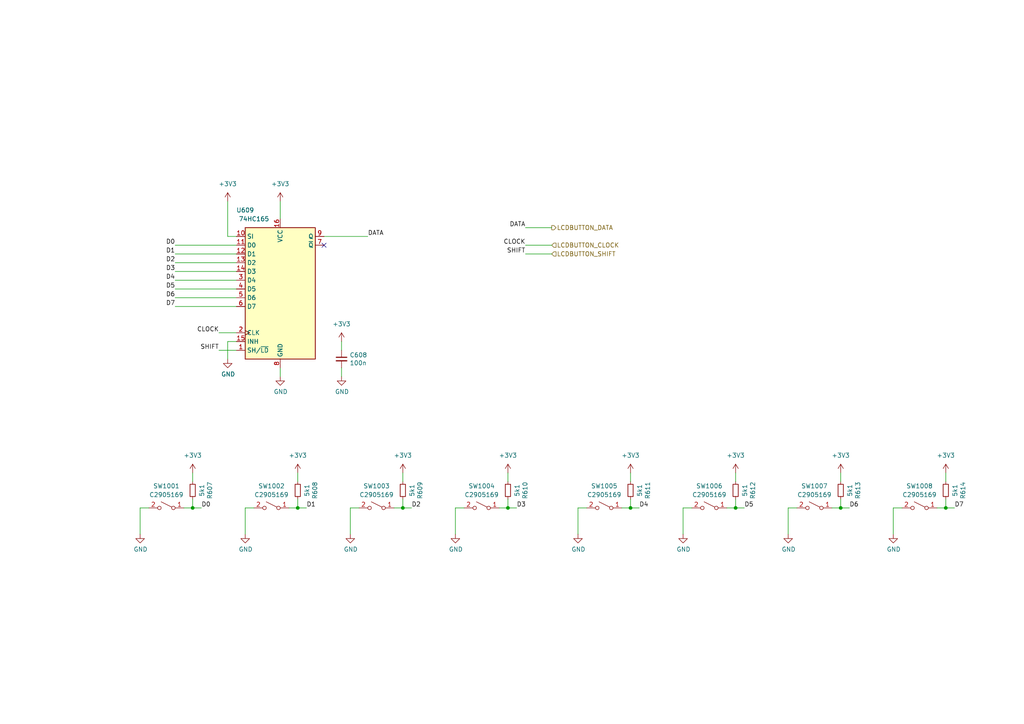
<source format=kicad_sch>
(kicad_sch (version 20231120) (generator "eeschema") (generator_version "8.0")
  (paper "A4")
  (lib_symbols
    (symbol "Switch:SW_SPST" (pin_names (offset 0) hide)
      (property "Reference" "SW" (at 0 3.175 0))
      (property "Value" "SW_SPST" (at 0 -2.54 0))
      (symbol "SW_SPST_0_0"
        (circle (center -2.032 0) (radius 0.508))
        (polyline (pts (xy -1.524 0.254) (xy 1.524 1.778)))
        (circle (center 2.032 0) (radius 0.508))
      )
      (symbol "SW_SPST_1_1"
        (pin passive line (at -5.08 0 0) (length 2.54) (name "A") (number "1"))
        (pin passive line (at 5.08 0 180) (length 2.54) (name "B") (number "2"))
      )
    )
    (symbol "power:+3V3" (power) (pin_names (offset 0))
      (property "Value" "+3V3" (at 0 3.556 0))
      (symbol "+3V3_0_1"
        (polyline (pts (xy -0.762 1.27) (xy 0 2.54)))
        (polyline (pts (xy 0 0) (xy 0 2.54)))
        (polyline (pts (xy 0 2.54) (xy 0.762 1.27)))
      )
      (symbol "+3V3_1_1"
        (pin power_in line (at 0 0 90) (length 0) hide (name "+3V3") (number "1"))
      )
    )
    (symbol "power:GND" (power) (pin_names (offset 0))
      (property "Value" "GND" (at 0 -3.81 0))
      (symbol "GND_0_1"
        (polyline (pts (xy 0 0) (xy 0 -1.27) (xy 1.27 -1.27) (xy 0 -2.54) (xy -1.27 -1.27) (xy 0 -1.27)))
      )
      (symbol "GND_1_1"
        (pin power_in line (at 0 0 270) (length 0) hide (name "GND") (number "1"))
      )
    )
    (symbol "suku_basics:74HC165"
      (property "Reference" "U" (at -15.24 25.4 0))
      (property "Value" "74HC165" (at -12.7 20.32 0))
      (symbol "74HC165_1_0"
        (pin input line (at -12.7 12.7 0) (length 2.54) (name "D0") (number "11"))
        (pin input line (at -12.7 10.16 0) (length 2.54) (name "D1") (number "12"))
        (pin input line (at -12.7 7.62 0) (length 2.54) (name "D2") (number "13"))
        (pin input line (at -12.7 5.08 0) (length 2.54) (name "D3") (number "14"))
        (pin power_in line (at 0 20.32 270) (length 2.54) (name "VCC") (number "16"))
        (pin input clock (at -12.7 -12.7 0) (length 2.54) (name "CLK") (number "2"))
        (pin input line (at -12.7 2.54 0) (length 2.54) (name "D4") (number "3"))
        (pin input line (at -12.7 0 0) (length 2.54) (name "D5") (number "4"))
        (pin input line (at -12.7 -2.54 0) (length 2.54) (name "D6") (number "5"))
        (pin input line (at -12.7 -5.08 0) (length 2.54) (name "D7") (number "6"))
        (pin power_in line (at 0 -22.86 90) (length 2.54) (name "GND") (number "8"))
        (pin output line (at 12.7 15.24 180) (length 2.54) (name "Q") (number "9"))
      )
      (symbol "74HC165_1_1"
        (rectangle (start -10.16 17.78) (end 10.16 -20.32) (stroke (width 0.254)) (fill (type background)))
        (pin input line (at -12.7 -17.78 0) (length 2.54) (name "SH/~{LD}") (number "1"))
        (pin input line (at -12.7 15.24 0) (length 2.54) (name "SI") (number "10"))
        (pin input line (at -12.7 -15.24 0) (length 2.54) (name "INH") (number "15"))
        (pin output line (at 12.7 12.7 180) (length 2.54) (name "~{Q}") (number "7"))
      )
    )
    (symbol "suku_basics:CAP" (pin_numbers hide) (pin_names (offset 0.254) hide)
      (property "Reference" "C" (at 0.254 1.778 0))
      (property "Value" "CAP" (at 0.254 -2.032 0))
      (symbol "CAP_0_1"
        (polyline (pts (xy -1.524 -0.508) (xy 1.524 -0.508)) (stroke (width 0.3302)))
        (polyline (pts (xy -1.524 0.508) (xy 1.524 0.508)) (stroke (width 0.3048)))
      )
      (symbol "CAP_1_1"
        (pin passive line (at 0 2.54 270) (length 2.032) (name "~") (number "1"))
        (pin passive line (at 0 -2.54 90) (length 2.032) (name "~") (number "2"))
      )
    )
    (symbol "suku_basics:RES" (pin_numbers hide) (pin_names (offset 0.254) hide)
      (property "Reference" "R" (at 0.762 0.508 0))
      (symbol "RES_1_1"
        (rectangle (start -0.762 1.778) (end 0.762 -1.778) (stroke (width 0.2032)))
        (pin passive line (at 0 2.54 270) (length 0.762) (name "~") (number "1"))
        (pin passive line (at 0 -2.54 90) (length 0.762) (name "~") (number "2"))
      )
    )
  )
  (junction (at 116.84 147.32))
  (junction (at 274.32 147.32))
  (junction (at 182.88 147.32))
  (junction (at 213.36 147.32))
  (junction (at 86.36 147.32))
  (junction (at 147.32 147.32))
  (junction (at 55.88 147.32))
  (junction (at 243.84 147.32))
  (no_connect (at 93.98 71.12))
  (wire (pts (xy 55.88 147.32) (xy 58.42 147.32)))
  (wire (pts (xy 83.82 147.32) (xy 86.36 147.32)))
  (wire (pts (xy 198.12 147.32) (xy 200.66 147.32)))
  (wire (pts (xy 81.28 58.42) (xy 81.28 63.5)))
  (wire (pts (xy 147.32 137.16) (xy 147.32 139.7)))
  (wire (pts (xy 167.64 154.94) (xy 167.64 147.32)))
  (wire (pts (xy 93.98 68.58) (xy 106.68 68.58)))
  (wire (pts (xy 274.32 147.32) (xy 274.32 144.78)))
  (wire (pts (xy 53.34 147.32) (xy 55.88 147.32)))
  (wire (pts (xy 274.32 137.16) (xy 274.32 139.7)))
  (wire (pts (xy 116.84 137.16) (xy 116.84 139.7)))
  (wire (pts (xy 243.84 137.16) (xy 243.84 139.7)))
  (wire (pts (xy 50.8 71.12) (xy 68.58 71.12)))
  (wire (pts (xy 132.08 147.32) (xy 134.62 147.32)))
  (wire (pts (xy 71.12 154.94) (xy 71.12 147.32)))
  (wire (pts (xy 50.8 88.9) (xy 68.58 88.9)))
  (wire (pts (xy 63.5 96.52) (xy 68.58 96.52)))
  (wire (pts (xy 86.36 137.16) (xy 86.36 139.7)))
  (wire (pts (xy 50.8 83.82) (xy 68.58 83.82)))
  (wire (pts (xy 144.78 147.32) (xy 147.32 147.32)))
  (wire (pts (xy 40.64 154.94) (xy 40.64 147.32)))
  (wire (pts (xy 40.64 147.32) (xy 43.18 147.32)))
  (wire (pts (xy 241.3 147.32) (xy 243.84 147.32)))
  (wire (pts (xy 182.88 137.16) (xy 182.88 139.7)))
  (wire (pts (xy 50.8 73.66) (xy 68.58 73.66)))
  (wire (pts (xy 86.36 147.32) (xy 86.36 144.78)))
  (wire (pts (xy 147.32 147.32) (xy 147.32 144.78)))
  (wire (pts (xy 213.36 147.32) (xy 215.9 147.32)))
  (wire (pts (xy 55.88 137.16) (xy 55.88 139.7)))
  (wire (pts (xy 228.6 154.94) (xy 228.6 147.32)))
  (wire (pts (xy 259.08 154.94) (xy 259.08 147.32)))
  (wire (pts (xy 198.12 154.94) (xy 198.12 147.32)))
  (wire (pts (xy 66.04 99.06) (xy 68.58 99.06)))
  (wire (pts (xy 271.78 147.32) (xy 274.32 147.32)))
  (wire (pts (xy 152.4 73.66) (xy 160.02 73.66)))
  (wire (pts (xy 243.84 147.32) (xy 243.84 144.78)))
  (wire (pts (xy 213.36 137.16) (xy 213.36 139.7)))
  (wire (pts (xy 55.88 147.32) (xy 55.88 144.78)))
  (wire (pts (xy 210.82 147.32) (xy 213.36 147.32)))
  (wire (pts (xy 182.88 147.32) (xy 182.88 144.78)))
  (wire (pts (xy 259.08 147.32) (xy 261.62 147.32)))
  (wire (pts (xy 147.32 147.32) (xy 149.86 147.32)))
  (wire (pts (xy 50.8 81.28) (xy 68.58 81.28)))
  (wire (pts (xy 182.88 147.32) (xy 185.42 147.32)))
  (wire (pts (xy 50.8 86.36) (xy 68.58 86.36)))
  (wire (pts (xy 99.06 101.6) (xy 99.06 99.06)))
  (wire (pts (xy 66.04 58.42) (xy 66.04 68.58)))
  (wire (pts (xy 152.4 71.12) (xy 160.02 71.12)))
  (wire (pts (xy 101.6 154.94) (xy 101.6 147.32)))
  (wire (pts (xy 81.28 109.22) (xy 81.28 106.68)))
  (wire (pts (xy 114.3 147.32) (xy 116.84 147.32)))
  (wire (pts (xy 180.34 147.32) (xy 182.88 147.32)))
  (wire (pts (xy 274.32 147.32) (xy 276.86 147.32)))
  (wire (pts (xy 101.6 147.32) (xy 104.14 147.32)))
  (wire (pts (xy 86.36 147.32) (xy 88.9 147.32)))
  (wire (pts (xy 71.12 147.32) (xy 73.66 147.32)))
  (wire (pts (xy 66.04 104.14) (xy 66.04 99.06)))
  (wire (pts (xy 116.84 147.32) (xy 116.84 144.78)))
  (wire (pts (xy 228.6 147.32) (xy 231.14 147.32)))
  (wire (pts (xy 213.36 147.32) (xy 213.36 144.78)))
  (wire (pts (xy 99.06 109.22) (xy 99.06 106.68)))
  (wire (pts (xy 132.08 154.94) (xy 132.08 147.32)))
  (wire (pts (xy 167.64 147.32) (xy 170.18 147.32)))
  (wire (pts (xy 243.84 147.32) (xy 246.38 147.32)))
  (wire (pts (xy 50.8 78.74) (xy 68.58 78.74)))
  (wire (pts (xy 68.58 68.58) (xy 66.04 68.58)))
  (wire (pts (xy 116.84 147.32) (xy 119.38 147.32)))
  (wire (pts (xy 50.8 76.2) (xy 68.58 76.2)))
  (wire (pts (xy 63.5 101.6) (xy 68.58 101.6)))
  (wire (pts (xy 152.4 66.04) (xy 160.02 66.04)))
  (label "D1" (at 50.8 73.66 180))
  (label "SHIFT" (at 152.4 73.66 180))
  (label "D0" (at 50.8 71.12 180))
  (label "DATA" (at 152.4 66.04 180))
  (label "D2" (at 119.38 147.32 0))
  (label "SHIFT" (at 63.5 101.6 180))
  (label "D7" (at 50.8 88.9 180))
  (label "D6" (at 50.8 86.36 180))
  (label "D3" (at 149.86 147.32 0))
  (label "D4" (at 185.42 147.32 0))
  (label "CLOCK" (at 152.4 71.12 180))
  (label "D0" (at 58.42 147.32 0))
  (label "CLOCK" (at 63.5 96.52 180))
  (label "D5" (at 215.9 147.32 0))
  (label "D5" (at 50.8 83.82 180))
  (label "D3" (at 50.8 78.74 180))
  (label "D6" (at 246.38 147.32 0))
  (label "D7" (at 276.86 147.32 0))
  (label "DATA" (at 106.68 68.58 0))
  (label "D1" (at 88.9 147.32 0))
  (label "D2" (at 50.8 76.2 180))
  (label "D4" (at 50.8 81.28 180))
  (hierarchical_label "LCDBUTTON_SHIFT" (shape input) (at 160.02 73.66 0))
  (hierarchical_label "LCDBUTTON_CLOCK" (shape input) (at 160.02 71.12 0))
  (hierarchical_label "LCDBUTTON_DATA" (shape output) (at 160.02 66.04 0))
  (symbol (lib_id "suku_basics:RES") (at 213.36 142.24 180) (unit 1)
    (property "Reference" "R612" (at 218.3384 142.24 90))
    (property "Value" "5k1" (at 216.027 142.24 90))
    (property "Footprint" "suku_basics:RES_0402" (effects (hide yes)))
  )
  (symbol (lib_id "Switch:SW_SPST") (at 205.74 147.32 0) (mirror y) (unit 1)
    (property "Reference" "SW1006" (at 205.74 140.97 0))
    (property "Value" "C2905169" (at 205.74 143.51 0))
    (property "Footprint" "Button_Switch_SMD:SW_SPST_CK_RS282G05A3" (effects (hide yes)))
  )
  (symbol (lib_id "power:GND") (at 198.12 154.94 0) (unit 1)
    (property "Reference" "#PWR0654" (effects (hide yes)))
    (property "Value" "GND" (at 198.247 159.3342 0))
  )
  (symbol (lib_id "power:GND") (at 99.06 109.22 0) (unit 1)
    (property "Reference" "#PWR0642" (effects (hide yes)))
    (property "Value" "GND" (at 99.187 113.6142 0))
  )
  (symbol (lib_id "power:+3V3") (at 274.32 137.16 0) (unit 1)
    (property "Reference" "#PWR0659" (effects (hide yes)))
    (property "Value" "+3V3" (at 274.32 132.08 0))
  )
  (symbol (lib_id "suku_basics:74HC165") (at 81.28 83.82 0) (unit 1)
    (property "Reference" "U609" (at 71.12 60.96 0))
    (property "Value" "74HC165" (at 73.66 63.5 0))
    (property "Footprint" "suku_basics:SOIC-16_74HC165" (effects (hide yes)))
    (property "Datasheet" "http://www.ti.com/lit/ds/symlink/sn74hc595.pdf" (effects (hide yes)))
  )
  (symbol (lib_id "suku_basics:RES") (at 182.88 142.24 180) (unit 1)
    (property "Reference" "R611" (at 187.8584 142.24 90))
    (property "Value" "5k1" (at 185.547 142.24 90))
    (property "Footprint" "suku_basics:RES_0402" (effects (hide yes)))
  )
  (symbol (lib_id "power:+3V3") (at 86.36 137.16 0) (unit 1)
    (property "Reference" "#PWR0647" (effects (hide yes)))
    (property "Value" "+3V3" (at 86.36 132.08 0))
  )
  (symbol (lib_id "Switch:SW_SPST") (at 266.7 147.32 0) (mirror y) (unit 1)
    (property "Reference" "SW1008" (at 266.7 140.97 0))
    (property "Value" "C2905169" (at 266.7 143.51 0))
    (property "Footprint" "Button_Switch_SMD:SW_SPST_CK_RS282G05A3" (effects (hide yes)))
  )
  (symbol (lib_id "Switch:SW_SPST") (at 236.22 147.32 0) (mirror y) (unit 1)
    (property "Reference" "SW1007" (at 236.22 140.97 0))
    (property "Value" "C2905169" (at 236.22 143.51 0))
    (property "Footprint" "Button_Switch_SMD:SW_SPST_CK_RS282G05A3" (effects (hide yes)))
  )
  (symbol (lib_id "Switch:SW_SPST") (at 109.22 147.32 0) (mirror y) (unit 1)
    (property "Reference" "SW1003" (at 109.22 140.97 0))
    (property "Value" "C2905169" (at 109.22 143.51 0))
    (property "Footprint" "Button_Switch_SMD:SW_SPST_CK_RS282G05A3" (effects (hide yes)))
  )
  (symbol (lib_id "power:+3V3") (at 147.32 137.16 0) (unit 1)
    (property "Reference" "#PWR0651" (effects (hide yes)))
    (property "Value" "+3V3" (at 147.32 132.08 0))
  )
  (symbol (lib_id "suku_basics:RES") (at 147.32 142.24 180) (unit 1)
    (property "Reference" "R610" (at 152.2984 142.24 90))
    (property "Value" "5k1" (at 149.987 142.24 90))
    (property "Footprint" "suku_basics:RES_0402" (effects (hide yes)))
  )
  (symbol (lib_id "power:+3V3") (at 243.84 137.16 0) (unit 1)
    (property "Reference" "#PWR0657" (effects (hide yes)))
    (property "Value" "+3V3" (at 243.84 132.08 0))
  )
  (symbol (lib_id "suku_basics:RES") (at 116.84 142.24 180) (unit 1)
    (property "Reference" "R609" (at 121.8184 142.24 90))
    (property "Value" "5k1" (at 119.507 142.24 90))
    (property "Footprint" "suku_basics:RES_0402" (effects (hide yes)))
  )
  (symbol (lib_id "power:+3V3") (at 66.04 58.42 0) (unit 1)
    (property "Reference" "#PWR0643" (effects (hide yes)))
    (property "Value" "+3V3" (at 66.04 53.34 0))
  )
  (symbol (lib_id "suku_basics:RES") (at 55.88 142.24 180) (unit 1)
    (property "Reference" "R607" (at 60.8584 142.24 90))
    (property "Value" "5k1" (at 58.547 142.24 90))
    (property "Footprint" "suku_basics:RES_0402" (effects (hide yes)))
  )
  (symbol (lib_id "Switch:SW_SPST") (at 78.74 147.32 0) (mirror y) (unit 1)
    (property "Reference" "SW1002" (at 78.74 140.97 0))
    (property "Value" "C2905169" (at 78.74 143.51 0))
    (property "Footprint" "Button_Switch_SMD:SW_SPST_CK_RS282G05A3" (effects (hide yes)))
  )
  (symbol (lib_id "Switch:SW_SPST") (at 48.26 147.32 0) (mirror y) (unit 1)
    (property "Reference" "SW1001" (at 48.26 140.97 0))
    (property "Value" "C2905169" (at 48.26 143.51 0))
    (property "Footprint" "Button_Switch_SMD:SW_SPST_CK_RS282G05A3" (effects (hide yes)))
  )
  (symbol (lib_id "power:+3V3") (at 55.88 137.16 0) (unit 1)
    (property "Reference" "#PWR0645" (effects (hide yes)))
    (property "Value" "+3V3" (at 55.88 132.08 0))
  )
  (symbol (lib_id "power:+3V3") (at 81.28 58.42 0) (unit 1)
    (property "Reference" "#PWR0639" (effects (hide yes)))
    (property "Value" "+3V3" (at 81.28 53.34 0))
  )
  (symbol (lib_id "power:+3V3") (at 116.84 137.16 0) (unit 1)
    (property "Reference" "#PWR0649" (effects (hide yes)))
    (property "Value" "+3V3" (at 116.84 132.08 0))
  )
  (symbol (lib_id "power:+3V3") (at 99.06 99.06 0) (unit 1)
    (property "Reference" "#PWR0641" (effects (hide yes)))
    (property "Value" "+3V3" (at 99.06 93.98 0))
  )
  (symbol (lib_id "power:GND") (at 101.6 154.94 0) (unit 1)
    (property "Reference" "#PWR0648" (effects (hide yes)))
    (property "Value" "GND" (at 101.727 159.3342 0))
  )
  (symbol (lib_id "power:GND") (at 132.08 154.94 0) (unit 1)
    (property "Reference" "#PWR0650" (effects (hide yes)))
    (property "Value" "GND" (at 132.207 159.3342 0))
  )
  (symbol (lib_id "power:+3V3") (at 182.88 137.16 0) (unit 1)
    (property "Reference" "#PWR0653" (effects (hide yes)))
    (property "Value" "+3V3" (at 182.88 132.08 0))
  )
  (symbol (lib_id "power:GND") (at 66.04 104.14 0) (unit 1)
    (property "Reference" "#PWR0638" (effects (hide yes)))
    (property "Value" "GND" (at 66.167 108.5342 0))
  )
  (symbol (lib_id "suku_basics:CAP") (at 99.06 104.14 0) (unit 1)
    (property "Reference" "C608" (at 101.3968 102.9716 0) (effects (justify left)))
    (property "Value" "100n" (at 101.3968 105.283 0) (effects (justify left)))
    (property "Footprint" "suku_basics:CAP_0402" (effects (hide yes)))
  )
  (symbol (lib_id "Switch:SW_SPST") (at 139.7 147.32 0) (mirror y) (unit 1)
    (property "Reference" "SW1004" (at 139.7 140.97 0))
    (property "Value" "C2905169" (at 139.7 143.51 0))
    (property "Footprint" "Button_Switch_SMD:SW_SPST_CK_RS282G05A3" (effects (hide yes)))
  )
  (symbol (lib_id "power:GND") (at 71.12 154.94 0) (unit 1)
    (property "Reference" "#PWR0646" (effects (hide yes)))
    (property "Value" "GND" (at 71.247 159.3342 0))
  )
  (symbol (lib_id "Switch:SW_SPST") (at 175.26 147.32 0) (mirror y) (unit 1)
    (property "Reference" "SW1005" (at 175.26 140.97 0))
    (property "Value" "C2905169" (at 175.26 143.51 0))
    (property "Footprint" "Button_Switch_SMD:SW_SPST_CK_RS282G05A3" (effects (hide yes)))
  )
  (symbol (lib_id "power:GND") (at 40.64 154.94 0) (unit 1)
    (property "Reference" "#PWR0644" (effects (hide yes)))
    (property "Value" "GND" (at 40.767 159.3342 0))
  )
  (symbol (lib_id "suku_basics:RES") (at 86.36 142.24 180) (unit 1)
    (property "Reference" "R608" (at 91.3384 142.24 90))
    (property "Value" "5k1" (at 89.027 142.24 90))
    (property "Footprint" "suku_basics:RES_0402" (effects (hide yes)))
  )
  (symbol (lib_id "power:GND") (at 167.64 154.94 0) (unit 1)
    (property "Reference" "#PWR0652" (effects (hide yes)))
    (property "Value" "GND" (at 167.767 159.3342 0))
  )
  (symbol (lib_id "suku_basics:RES") (at 274.32 142.24 180) (unit 1)
    (property "Reference" "R614" (at 279.2984 142.24 90))
    (property "Value" "5k1" (at 276.987 142.24 90))
    (property "Footprint" "suku_basics:RES_0402" (effects (hide yes)))
  )
  (symbol (lib_id "power:+3V3") (at 213.36 137.16 0) (unit 1)
    (property "Reference" "#PWR0655" (effects (hide yes)))
    (property "Value" "+3V3" (at 213.36 132.08 0))
  )
  (symbol (lib_id "power:GND") (at 259.08 154.94 0) (unit 1)
    (property "Reference" "#PWR0658" (effects (hide yes)))
    (property "Value" "GND" (at 259.207 159.3342 0))
  )
  (symbol (lib_id "suku_basics:RES") (at 243.84 142.24 180) (unit 1)
    (property "Reference" "R613" (at 248.8184 142.24 90))
    (property "Value" "5k1" (at 246.507 142.24 90))
    (property "Footprint" "suku_basics:RES_0402" (effects (hide yes)))
  )
  (symbol (lib_id "power:GND") (at 228.6 154.94 0) (unit 1)
    (property "Reference" "#PWR0656" (effects (hide yes)))
    (property "Value" "GND" (at 228.727 159.3342 0))
  )
  (symbol (lib_id "power:GND") (at 81.28 109.22 0) (unit 1)
    (property "Reference" "#PWR0640" (effects (hide yes)))
    (property "Value" "GND" (at 81.407 113.6142 0))
  )
)
</source>
